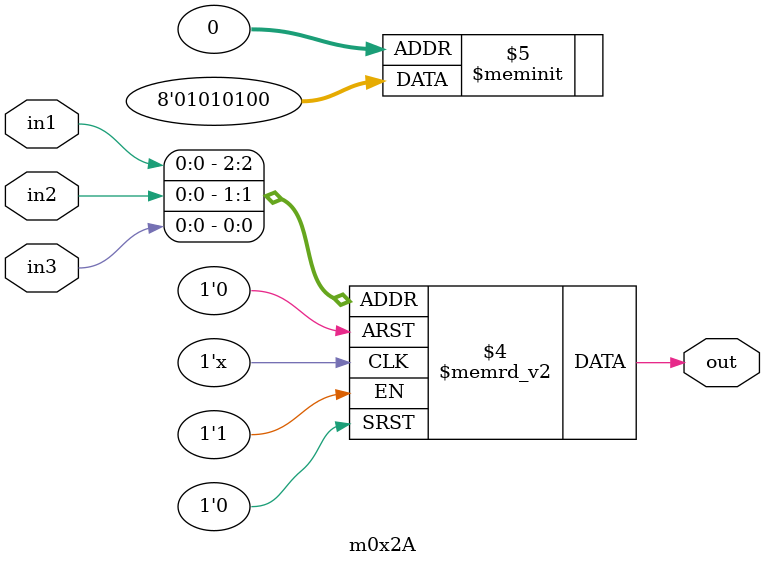
<source format=v>
module m0x2A(output out, input in1, in2, in3);

   always @(in1, in2, in3)
     begin
        case({in1, in2, in3})
          3'b000: {out} = 1'b0;
          3'b001: {out} = 1'b0;
          3'b010: {out} = 1'b1;
          3'b011: {out} = 1'b0;
          3'b100: {out} = 1'b1;
          3'b101: {out} = 1'b0;
          3'b110: {out} = 1'b1;
          3'b111: {out} = 1'b0;
        endcase // case ({in1, in2, in3})
     end // always @ (in1, in2, in3)

endmodule // m0x2A
</source>
